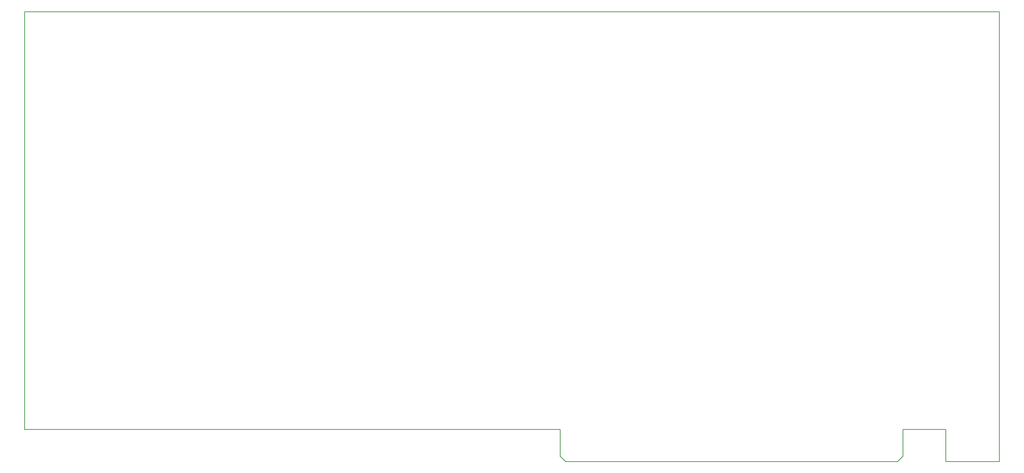
<source format=gbr>
G04 #@! TF.FileFunction,Profile,NP*
%FSLAX46Y46*%
G04 Gerber Fmt 4.6, Leading zero omitted, Abs format (unit mm)*
G04 Created by KiCad (PCBNEW 4.0.7) date 01/18/19 16:59:07*
%MOMM*%
%LPD*%
G01*
G04 APERTURE LIST*
%ADD10C,0.100000*%
%ADD11C,0.150000*%
G04 APERTURE END LIST*
D10*
D11*
X259080000Y-129540000D02*
X259080000Y-22860000D01*
X246380000Y-129540000D02*
X259080000Y-129540000D01*
X154940000Y-128270000D02*
X154940000Y-121920000D01*
X156210000Y-129540000D02*
X154940000Y-128270000D01*
X234950000Y-129540000D02*
X156210000Y-129540000D01*
X236220000Y-128270000D02*
X234950000Y-129540000D01*
X246380000Y-121920000D02*
X246380000Y-129540000D01*
X236220000Y-121920000D02*
X246380000Y-121920000D01*
X236220000Y-128270000D02*
X236220000Y-121920000D01*
X27940000Y-121920000D02*
X154940000Y-121920000D01*
X27940000Y-22860000D02*
X27940000Y-121920000D01*
X259080000Y-22860000D02*
X27940000Y-22860000D01*
M02*

</source>
